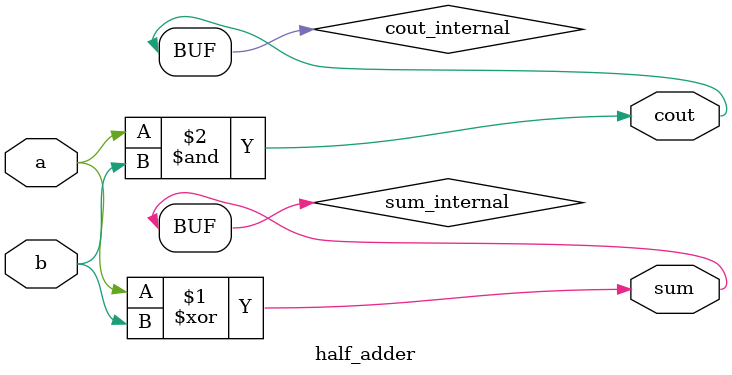
<source format=sv>
module top_module (
	input a,
	input b,
	output sum,
	output cout
);

	// Declare internal wires
	wire sum_internal;
	wire cout_internal;

	// Instantiate the half adder module
	half_adder ha (
		.a(a),
		.b(b),
		.sum(sum_internal),
		.cout(cout_internal)
	);

	// Assign outputs
	assign sum = sum_internal;
	assign cout = cout_internal;

endmodule
module half_adder (
	input a,
	input b,
	output sum,
	output cout
);
	
	// Declare internal wires
	wire sum_internal;
	wire cout_internal;

	// Generate sum and carry using XOR and AND gates
	assign sum_internal = a ^ b;
	assign cout_internal = a & b;

	// Assign outputs
	assign sum = sum_internal;
	assign cout = cout_internal;

endmodule

</source>
